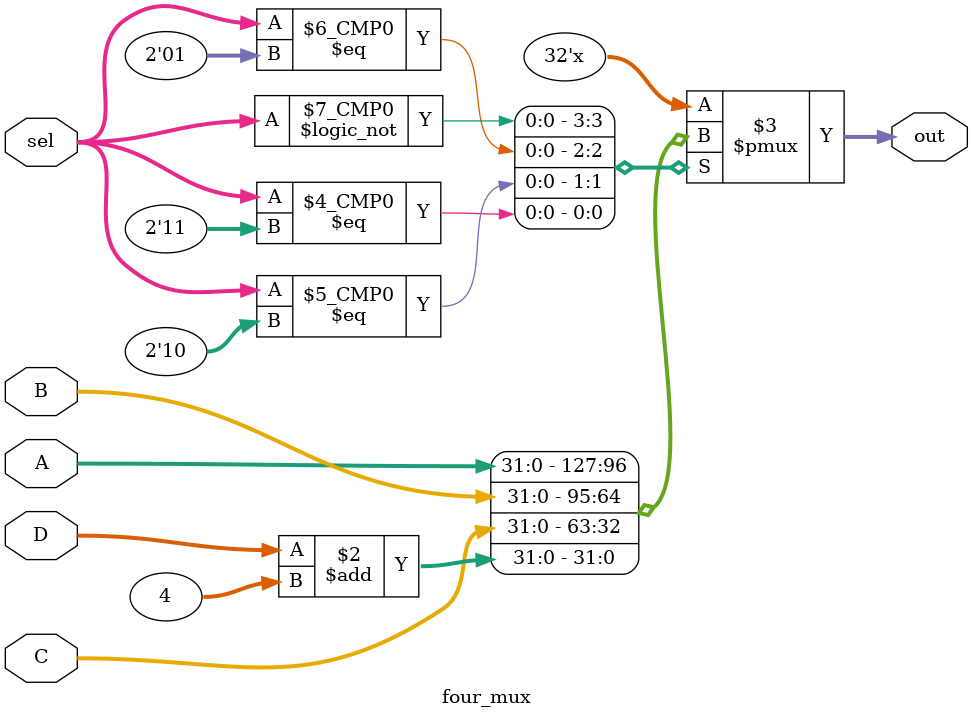
<source format=v>
`timescale 1ns / 1ps

`include "ctrl.v"
`include "alu.v"
`include "md.v"



module E(
    input [31:0] RD1_in_E,
    input [31:0] RD2_in_E,
    input [31:0] Instr_in_E,
    input [31:0] extend_out_in_E,
    input [1:0] ForwardAE,
    input [1:0] ForwardBE,
	 input [31:0] PC_M,
    input [31:0] ALUOutM,
    input [31:0] ResultW,
	 input [31:0] PC4_in_E,
	 input clk,
	 input reset,
    output [31:0] ALU_out_out_E,
    output [31:0] Data_to_dm_out_E,
    output [4:0] WriteReg_out_E,
    output [31:0] Instr_out_E,
    output [31:0] PC4_out_E,
	 output movz_rt_zero_out_E,
	 output busy_out_E
    );
	 
	 wire [31:0] ForwardAE_Mux_E_out;
	 wire [31:0] ForwardBE_Mux_E_out;
	 wire [31:0] SrcBE;
	 wire [1:0] RegDstE;
	 wire [2:0] ALUSrcE;
	 wire [3:0] ALUCtrlE;
	 
	 wire [31:0] ALUOut_to_mux_E;
	 wire [31:0] data_hi;
	 wire [31:0] data_lo;
	 wire [1:0] ALUOut_sel_E;
	 wire [2:0] md_op_E;
	 wire Start_E;
	
	 ctrl CtrlE(.Instr(Instr_in_E),.RegDst(RegDstE),.ALUSrc(ALUSrcE),.ALUCtrl(ALUCtrlE),.Start(Start_E),.ALUOut_sel(ALUOut_sel_E),.md_op(md_op_E));
	 
	 RegDst_mux RegDst_MUX_E(.RegDst(RegDstE),.Instrl_rs(Instr_in_E[20:16]),.Instrl_rt(Instr_in_E[15:11]),.Reg_rd(WriteReg_out_E));
	 
	 four_mux ForwardAE_MUX_E(.A(RD1_in_E),.B(ALUOutM),.C(ResultW),.D(PC_M),.sel(ForwardAE),.out(ForwardAE_Mux_E_out));
	 four_mux ForwardBE_MUX_E(.A(RD2_in_E),.B(ALUOutM),.C(ResultW),.D(PC_M),.sel(ForwardBE),.out(ForwardBE_Mux_E_out));
	 
	 ALUSrc_mux ALUSrc_MUX_E(.grf_out(ForwardBE_Mux_E_out),.extend_out(extend_out_in_E),.ALUSrc(ALUSrcE),.ALUSrc_mux_out(SrcBE));
	 
	 
	 alu ALU_E(.A(ForwardAE_Mux_E_out),.B(SrcBE),.ALUOp(ALUCtrlE),.movz_rt_zero(movz_rt_zero_out_E),.C(ALUOut_to_mux_E));
	 
	 md md_E(.Data1(ForwardAE_Mux_E_out),.Data2(SrcBE),.Start(Start_E),.clk(clk),.reset(reset),.md_op(md_op_E),.hi(data_hi),.lo(data_lo),.busy(busy_out_E));
	 
	 three Three_mux_E(.A(ALUOut_to_mux_E),.B(data_hi),.C(data_lo),.sel(ALUOut_sel_E),.out(ALU_out_out_E));
	 
	 assign Data_to_dm_out_E = ForwardBE_Mux_E_out;
	 assign Instr_out_E = Instr_in_E;
	 assign PC4_out_E = PC4_in_E;

endmodule

module RegDst_mux(
		input [1:0] RegDst,
		input [20:16] Instrl_rs,
		input [15:11] Instrl_rt,
		output reg [4:0] Reg_rd
    );
	 
	always@(RegDst or Instrl_rs or Instrl_rt)begin
		case(RegDst)
			2'b00: Reg_rd = Instrl_rs[20:16];
			2'b01: Reg_rd = Instrl_rt[15:11];
			2'b10: Reg_rd = 31;
		endcase
	end


endmodule


module ALUSrc_mux(
	input [31:0] grf_out,
	input [31:0] extend_out,
	input [2:0] ALUSrc,
	output reg [31:0] ALUSrc_mux_out
	);
	
	wire [63:0] sra_mid;
	assign sra_mid = {{32{grf_out[31]}},grf_out}>>extend_out[10:6];
	
	always@(grf_out or extend_out or ALUSrc or sra_mid)begin
		case(ALUSrc)
			3'b000: ALUSrc_mux_out = grf_out;
		   3'b001: ALUSrc_mux_out = extend_out;
			3'b010: ALUSrc_mux_out = grf_out<<extend_out[10:6];//sll
			3'b011: ALUSrc_mux_out = grf_out>>extend_out[10:6];//srl
			3'b100: ALUSrc_mux_out = sra_mid[31:0];//sra
		endcase
	end
	

endmodule

module three(
	input [31:0] A,
	input [31:0] B,
	input [31:0] C,
	input [1:0] sel,
	output reg [31:0] out
	);
	
	always @(*) begin
		case(sel)
			2'b00: out = A;
			2'b01: out = B;
			2'b10: out = C;
		endcase
	end
	
endmodule


module four_mux(
	input [31:0] A,
	input [31:0] B,
	input [31:0] C,
	input [31:0] D,
	input [1:0] sel,
	output reg [31:0] out
	);
	
	always @(*) begin
		case(sel)
			2'b00: out = A;
			2'b01: out = B;
			2'b10: out = C;
			2'b11: out = D + 4;
		endcase
	end
	
endmodule

</source>
